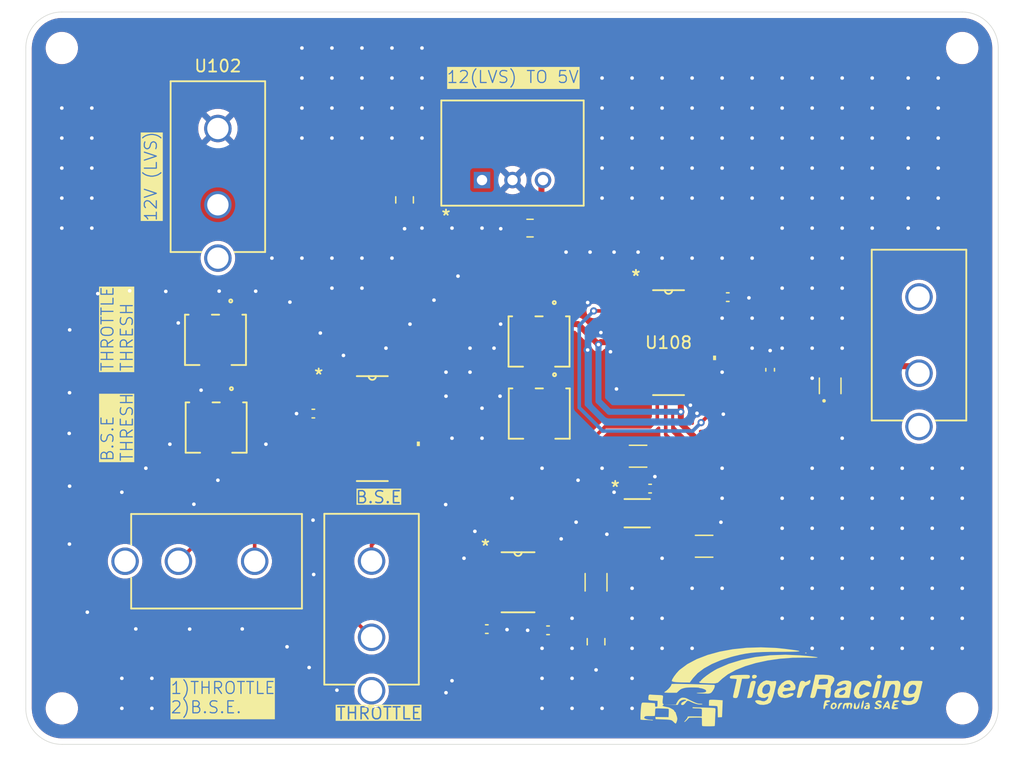
<source format=kicad_pcb>
(kicad_pcb (version 20241229) (generator "pcbnew") (generator_version "9.0")
  (layers (0 "F.Cu" signal) (2 "B.Cu" signal) (13 "F.Paste" user) (15 "B.Paste" user) (5 "F.SilkS" user "F.Silkscreen") (7 "B.SilkS" user "B.Silkscreen") (1 "F.Mask" user) (3 "B.Mask" user) (25 "Edge.Cuts" user))
  (net 0 "")
  (net 1 "+12V")
  (net 2 "GND")
  (net 3 "+5V")
  (net 4 "Net-(U106-CONT)")
  (net 5 "Net-(U106-DISCH)")
  (net 6 "BSPD_TO_FAULT")
  (net 7 "2OUT")
  (net 8 "1OUT")
  (net 9 "THRESH_BSE")
  (net 10 "THRESH_THROTTLE")
  (net 11 "10%_THROTTLE")
  (net 12 "HARD_BREAK")
  (net 13 "Net-(Q101-G)")
  (net 14 "THROTTLE_IN")
  (net 15 "BSE_IN")
  (net 16 "Net-(U107-2A)")
  (net 17 "Net-(U107-3A)")
  (net 18 "Net-(U104-Y)")
  (net 19 "4OUT")
  (net 20 "3OUT")
  (net 21 "Net-(U106-OUT)")
  (net 22 "Net-(U107-1Y)")
  (net 24 "Net-(U108-1Y)")
  (net 26 "Net-(U108-4Y)")
  (net 28 "THROTTLE_Sense_IN")
  (net 29 "BSE_Sense_IN")
  (footprint "NE555DR:D8" (layer "F.Cu") (at 161.7 122.6)
    (property "Reference" "U106" (hide yes))
    (property "Value" "NE555DR")
  )
  (footprint "MountingHole:MountingHole_2.2mm_M2" (layer "F.Cu") (at 198.7 133.1)
    (property "Reference" "H103" (hide yes))
    (property "Value" "MountingHole")
  )
  (footprint "Capacitor_SMD:C_0402_1005Metric" (layer "F.Cu") (at 159.1 126.500001)
    (property "Reference" "C103" (hide yes))
    (property "Value" "0.1uF")
  )
  (footprint "Package_TO_SOT_SMD:SOT-523" (layer "F.Cu") (at 187.7 106.2375 90)
    (property "Reference" "Q101" (hide yes))
    (property "Value" "Q_PMOS_GSD")
  )
  (footprint "641964-1:641964-1_TYC" (layer "F.Cu") (at 136.7 91.155 90)
    (property "Reference" "U102")
    (property "Value" "641964-1")
  )
  (footprint "3224W-1-103E:POT_3224W" (layer "F.Cu") (at 136.557597 109.712746 180)
    (property "Reference" "RV101" (hide yes))
    (property "Value" "10K")
  )
  (footprint "3224W-1-103E:POT_3224W" (layer "F.Cu") (at 163.45 102.5445 180)
    (property "Reference" "RV103" (hide yes))
    (property "Value" "10K")
  )
  (footprint "641964-1:641964-1_TYC" (layer "F.Cu") (at 149.5 127.186 90)
    (property "Reference" "U111" (hide yes))
    (property "Value" "641964-1")
  )
  (footprint "Capacitor_SMD:C_0805_2012Metric" (layer "F.Cu") (at 168.2 127.55 -90)
    (property "Reference" "C108" (hide yes))
    (property "Value" "10uF")
  )
  (footprint "Resistor_SMD:R_1206_3216Metric" (layer "F.Cu") (at 177.2 119.600001)
    (property "Reference" "R102" (hide yes))
    (property "Value" "10K")
  )
  (footprint "Capacitor_SMD:C_0805_2012Metric" (layer "F.Cu") (at 152.25 90.75 -90)
    (property "Reference" "C102" (hide yes))
    (property "Value" "10uF")
  )
  (footprint "Capacitor_SMD:C_0402_1005Metric" (layer "F.Cu") (at 182.7 104.9 90)
    (property "Reference" "C109" (hide yes))
    (property "Value" "0.1uF")
  )
  (footprint "Resistor_SMD:R_1206_3216Metric" (layer "F.Cu") (at 168.2 122.6 -90)
    (property "Reference" "R103" (hide yes))
    (property "Value" "10K")
  )
  (footprint "Capacitor_SMD:C_0402_1005Metric" (layer "F.Cu") (at 172.7 114.8 180)
    (property "Reference" "C106" (hide yes))
    (property "Value" "0.1uF")
  )
  (footprint "641964-1:641964-1_TYC" (layer "F.Cu") (at 195.1 105.186 90)
    (property "Reference" "U110" (hide yes))
    (property "Value" "641964-1")
  )
  (footprint "LOGO" (layer "F.Cu") (at 175.4 132.8)
    (property "Reference" "G***" (hide yes))
    (property "Value" "LOGO" (hide yes))
  )
  (footprint "SN74LVC1G08DBVR:DBV0005A_L" (layer "F.Cu") (at 157.425001 128.750002)
    (property "Reference" "U104" (hide yes))
    (property "Value" "SN74LVC1G08DBVR")
  )
  (footprint "MountingHole:MountingHole_2.2mm_M2" (layer "F.Cu") (at 198.7 78.1)
    (property "Reference" "H104" (hide yes))
    (property "Value" "MountingHole")
  )
  (footprint "MountingHole:MountingHole_2.2mm_M2" (layer "F.Cu") (at 123.7 78.1)
    (property "Reference" "H101" (hide yes))
    (property "Value" "MountingHole")
  )
  (footprint "Capacitor_SMD:C_0805_2012Metric" (layer "F.Cu") (at 162.7 93.1 180)
    (property "Reference" "C104" (hide yes))
    (property "Value" "10uF")
  )
  (footprint "Capacitor_SMD:C_0402_1005Metric" (layer "F.Cu") (at 144.65 108.55 180)
    (property "Reference" "C101" (hide yes))
    (property "Value" "0.1uF")
  )
  (footprint "R_78E5_0_0_5:R-78E-0.5_RCP" (layer "F.Cu") (at 158.7 89.1)
    (property "Reference" "U103" (hide yes))
    (property "Value" "R-78E5.0-0.5")
  )
  (footprint "Capacitor_SMD:C_0402_1005Metric" (layer "F.Cu") (at 179.17 98.85)
    (property "Reference" "C107" (hide yes))
    (property "Value" "0.1uF")
  )
  (footprint "Resistor_SMD:R_1206_3216Metric" (layer "F.Cu") (at 171.7 112.100001)
    (property "Reference" "R101" (hide yes))
    (property "Value" "10K")
  )
  (footprint "SN74AC32DR:D14" (layer "F.Cu") (at 174.2362 102.64)
    (property "Reference" "U108")
    (property "Value" "SN74AC32DR")
  )
  (footprint "641964-1:641964-1_TYC" (layer "F.Cu") (at 133.414 120.85)
    (property "Reference" "U101" (hide yes))
    (property "Value" "641964-1")
  )
  (footprint "MountingHole:MountingHole_2.2mm_M2" (layer "F.Cu") (at 123.7 133.1)
    (property "Reference" "H102" (hide yes))
    (property "Value" "MountingHole")
  )
  (footprint "SN74LVC1G08DBVR:DBV0005A_L" (layer "F.Cu") (at 181.425001 107.690002)
    (property "Reference" "U109" (hide yes))
    (property "Value" "SN74LVC1G08DBVR")
  )
  (footprint "SN74LVC3G14DCUR:DCU8_TEX" (layer "F.Cu") (at 171.6252 116.85)
    (property "Reference" "U107" (hide yes))
    (property "Value" "SN74LVC3G14DCUR")
  )
  (footprint "Capacitor_SMD:C_0402_1005Metric" (layer "F.Cu") (at 164.2 126.6 180)
    (property "Reference" "C105" (hide yes))
    (property "Value" "0.01uF")
  )
  (footprint "LOGO" (layer "F.Cu") (at 183.6 131.4)
    (property "Reference" "G***" (hide yes))
    (property "Value" "LOGO" (hide yes))
  )
  (footprint "3224W-1-103E:POT_3224W" (layer "F.Cu") (at 163.47 108.5478 180)
    (property "Reference" "RV104" (hide yes))
    (property "Value" "10K")
  )
  (footprint "LM339DR:D14" (layer "F.Cu") (at 149.5611 109.8)
    (property "Reference" "U105" (hide yes))
    (property "Value" "LM339DR")
  )
  (footprint "3224W-1-103E:POT_3224W" (layer "F.Cu") (at 136.5 102.4072 180)
    (property "Reference" "RV102" (hide yes))
    (property "Value" "10K")
  )
  (gr_arc (start 123.7 136.1) (mid 121.57868 135.22132) (end 120.7 133.1) (stroke (width 0.05)) (layer "Edge.Cuts"))
  (gr_line (start 123.7 136.1) (end 198.7 136.1) (stroke (width 0.05)) (layer "Edge.Cuts"))
  (gr_arc (start 120.7 78.1) (mid 121.57868 75.97868) (end 123.7 75.1) (stroke (width 0.05)) (layer "Edge.Cuts"))
  (gr_line (start 198.7 75.1) (end 123.7 75.1) (stroke (width 0.05)) (layer "Edge.Cuts"))
  (gr_line (start 120.7 78.1) (end 120.7 133.1) (stroke (width 0.05)) (layer "Edge.Cuts"))
  (gr_arc (start 201.7 133.1) (mid 200.82132 135.22132) (end 198.7 136.1) (stroke (width 0.05)) (layer "Edge.Cuts"))
  (gr_line (start 201.7 133.1) (end 201.7 78.1) (stroke (width 0.05)) (layer "Edge.Cuts"))
  (gr_arc (start 198.7 75.1) (mid 200.82132 75.97868) (end 201.7 78.1) (stroke (width 0.05)) (layer "Edge.Cuts"))
  (gr_text "1)THROTTLE\n2)B.S.E." (at 132.7 133.6 0) (layer "F.SilkS" knockout) (effects (font (size 1 1) (thickness 0.1)) (justify left bottom)))
  (gr_text "B.S.E" (at 148.1 116.1 0) (layer "F.SilkS" knockout) (effects (font (size 1 1) (thickness 0.125)) (justify left bottom)))
  (gr_text "12V (LVS)" (at 131.7 92.6 90) (layer "F.SilkS" knockout) (effects (font (size 1 1) (thickness 0.1)) (justify left bottom)))
  (gr_text "THROTTLE" (at 146.5 134.1 0) (layer "F.SilkS" knockout) (effects (font (size 1 1) (thickness 0.125)) (justify left bottom)))
  (gr_text "B.S.E\nTHRESH" (at 129.7 112.6 90) (layer "F.SilkS" knockout) (effects (font (size 1 1) (thickness 0.1)) (justify left bottom)))
  (gr_text "THROTTLE \nTHRESH" (at 129.7 105.1 90) (layer "F.SilkS" knockout) (effects (font (size 1 1) (thickness 0.1)) (justify left bottom)))
  (gr_text "12(LVS) TO 5V" (at 155.7 81.1 0) (layer "F.SilkS" knockout) (effects (font (size 1 1) (thickness 0.1)) (justify left bottom)))
  (segment (start 170.0504 118.2496) (end 170.0504 117.600001) (width 0.3) (layer "F.Cu") (net 2))
  (segment (start 169.1 118.6) (end 169.7 118.6) (width 0.3) (layer "F.Cu") (net 2))
  (segment (start 179.69 98.81) (end 179.65 98.85) (width 0.5) (layer "F.Cu") (net 2))
  (segment (start 180.15 108.64) (end 179.66 108.64) (width 0.5) (layer "F.Cu") (net 2))
  (segment (start 169.7 118.6) (end 170.0504 118.2496) (width 0.3) (layer "F.Cu") (net 2))
  (segment (start 156.15 130.750001) (end 156.2 130.800001) (width 0.5) (layer "F.Cu") (net 2))
  (via (at 178.7 83.1) (size 0.7) (drill 0.3) (layers "F.Cu" "B.Cu") (net 2))
  (via (at 180.9338 98.91) (size 0.7) (drill 0.3) (layers "F.Cu" "B.Cu") (net 2))
  (via (at 188.7 118.1) (size 0.7) (drill 0.3) (layers "F.Cu" "B.Cu") (net 2))
  (via (at 169.1 118.6) (size 0.7) (drill 0.3) (layers "F.Cu" "B.Cu") (net 2))
  (via (at 171.2 123.1) (size 0.7) (drill 0.3) (layers "F.Cu" "B.Cu") (net 2))
  (via (at 188.7 80.6) (size 0.7) (drill 0.3) (layers "F.Cu" "B.Cu") (net 2))
  (via (at 173.7 128.1) (size 0.7) (drill 0.3) (layers "F.Cu" "B.Cu") (net 2))
  (via (at 188.7 115.6) (size 0.7) (drill 0.3) (layers "F.Cu" "B.Cu") (net 2))
  (via (at 153.7 93.1) (size 0.7) (drill 0.3) (layers "F.Cu" "B.Cu") (net 2))
  (via (at 176.0584 107.85) (size 0.7) (drill 0.3) (layers "F.Cu" "B.Cu") (net 2))
  (via (at 123.7 90.6) (size 0.7) (drill 0.3) (layers "F.Cu" "B.Cu") (net 2))
  (via (at 168.6 101.8) (size 0.7) (drill 0.3) (layers "F.Cu" "B.Cu") (net 2))
  (via (at 151.2 78.1) (size 0.7) (drill 0.3) (layers "F.Cu" "B.Cu") (net 2))
  (via (at 173.7 120.6) (size 0.7) (drill 0.3) (layers "F.Cu" "B.Cu") (net 2))
  (via (at 126.2 88.1) (size 0.7) (drill 0.3) (layers "F.Cu" "B.Cu") (net 2))
  (via (at 142.460565 127.973776) (size 0.7) (drill 0.3) (layers "F.Cu" "B.Cu") (net 2))
  (via (at 178.7 88.1) (size 0.7) (drill 0.3) (layers "F.Cu" "B.Cu") (net 2))
  (via (at 176.2 80.6) (size 0.7) (drill 0.3) (layers "F.Cu" "B.Cu") (net 2))
  (via (at 125.824442 125.09185) (size 0.7) (drill 0.3) (layers "F.Cu" "B.Cu") (net 2))
  (via (at 178.6 117.6) (size 0.7) (drill 0.3) (layers "F.Cu" "B.Cu") (net 2))
  (via (at 148.7 85.6) (size 0.7) (drill 0.3) (layers "F.Cu" "B.Cu") (net 2))
  (via (at 171.2 128.1) (size 0.7) (drill 0.3) (layers "F.Cu" "B.Cu") (net 2))
  (via (at 128.7 115.1) (size 0.7) (drill 0.3) (layers "F.Cu" "B.Cu") (net 2))
  (via (at 166.2 130.6) (size 0.7) (drill 0.3) (layers "F.Cu" "B.Cu") (net 2))
  (via (at 188.7 90.6) (size 0.7) (drill 0.3) (layers "F.Cu" "B.Cu") (net 2))
  (via (at 188.7 95.6) (size 0.7) (drill 0.3) (layers "F.Cu" "B.Cu") (net 2))
  (via (at 162.5 126.6) (size 0.6) (drill 0.3) (layers "F.Cu" "B.Cu") (net 2))
  (via (at 186.2 83.1) (size 0.7) (drill 0.3) (layers "F.Cu" "B.Cu") (net 2))
  (via (at 147.158689 103.70518) (size 0.7) (drill 0.3) (layers "F.Cu" "B.Cu") (net 2))
  (via (at 193.7 118.1) (size 0.7) (drill 0.3) (layers "F.Cu" "B.Cu") (net 2))
  (via (at 193.7 128.1) (size 0.7) (drill 0.3) (layers "F.Cu" "B.Cu") (net 2))
  (via (at 194.2 83.1) (size 0.7) (drill 0.3) (layers "F.Cu" "B.Cu") (net 2))
  (via (at 186.2 113.1) (size 0.7) (drill 0.3) (layers "F.Cu" "B.Cu") (net 2))
  (via (at 130.7 113.1) (size 0.7) (drill 0.3) (layers "F.Cu" "B.Cu") (net 2))
  (via (at 168.7 90.6) (size 0.7) (drill 0.3) (layers "F.Cu" "B.Cu") (net 2))
  (via (at 191.2 90.6) (size 0.7) (drill 0.3) (layers "F.Cu" "B.Cu") (net 2))
  (via (at 198.7 120.6) (size 0.7) (drill 0.3) (layers "F.Cu" "B.Cu") (net 2))
  (via (at 168.7 113.1) (size 0.7) (drill 0.3) (layers "F.Cu" "B.Cu") (net 2))
  (via (at 167.5 103.25) (size 0.7) (drill 0.3) (layers "F.Cu" "B.Cu") (net 2))
  (via (at 148.7 83.1) (size 0.7) (drill 0.3) (layers "F.Cu" "B.Cu") (net 2))
  (via (at 186.2 123.1) (size 0.7) (drill 0.3) (layers "F.Cu" "B.Cu") (net 2))
  (via (at 126.695778 98.556975) (size 0.7) (drill 0.3) (layers "F.Cu" "B.Cu") (net 2))
  (via (at 123.7 88.1) (size 0.7) (drill 0.3) (layers "F.Cu" "B.Cu") (net 2))
  (via (at 196.2 125.6) (size 0.7) (drill 0.3) (layers "F.Cu" "B.Cu") (net 2))
  (via (at 191.2 125.6) (size 0.7) (drill 0.3) (layers "F.Cu" "B.Cu") (net 2))
  (via (at 188.7 98.1) (size 0.7) (drill 0.3) (layers "F.Cu" "B.Cu") (net 2))
  (via (at 186.2 80.6) (size 0.7) (drill 0.3) (layers "F.Cu" "B.Cu") (net 2))
  (via (at 171.2 130.6) (size 0.7) (drill 0.3) (layers "F.Cu" "B.Cu") (net 2))
  (via (at 166.7 114.1) (size 0.7) (drill 0.3) (layers "F.Cu" "B.Cu") (net 2))
  (via (at 178.7 115.6) (size 0.7) (drill 0.3) (layers "F.Cu" "B.Cu") (net 2))
  (via (at 171.2 90.6) (size 0.7) (drill 0.3) (layers "F.Cu" "B.Cu") (net 2))
  (via (at 191.2 93.1) (size 0.7) (drill 0.3) (layers "F.Cu" "B.Cu") (net 2))
  (via (at 198.7 123.1) (size 0.7) (drill 0.3) (layers "F.Cu" "B.Cu") (net 2))
  (via (at 128.7 130.6) (size 0.7) (drill 0.3) (layers "F.Cu" "B.Cu") (net 2))
  (via (at 143.7 83.1) (size 0.7) (drill 0.3) (layers "F.Cu" "B.Cu") (net 2))
  (via (at 136.7 114.1) (size 0.7) (drill 0.3) (layers "F.Cu" "B.Cu") (net 2))
  (via (at 186.2 120.6) (size 0.7) (drill 0.3) (layers "F.Cu" "B.Cu") (net 2))
  (via (at 132.360107 98.373636) (size 0.7) (drill 0.3) (layers "F.Cu" "B.Cu") (net 2))
  (via (at 168.7 80.6) (size 0.7) (drill 0.3) (layers "F.Cu" "B.Cu") (net 2))
  (via (at 196.7 83.1) (size 0.7) (drill 0.3) (layers "F.Cu" "B.Cu") (net 2))
  (via (at 188.7 85.6) (size 0.7) (drill 0.3) (layers "F.Cu" "B.Cu") (net 2))
  (via (at 143.7 80.6) (size 0.7) (drill 0.3) (layers "F.Cu" "B.Cu") (net 2))
  (via (at 156.2 110.6) (size 0.7) (drill 0.3) (layers "F.Cu" "B.Cu") (net 2))
  (via (at 132.7 111.1) (size 0.7) (drill 0.3) (layers "F.Cu" "B.Cu") (net 2))
  (via (at 144.678237 121.951598) (size 0.7) (drill 0.3) (layers "F.Cu" "B.Cu") (net 2))
  (via (at 194.2 90.6) (size 0.7) (drill 0.3) (layers "F.Cu" "B.Cu") (net 2))
  (via (at 191.2 120.6) (size 0.7) (drill 0.3) (layers "F.Cu" "B.Cu") (net 2))
  (via (at 176.2 123.1) (size 0.7) (drill 0.3) (layers "F.Cu" "B.Cu") (net 2))
  (via (at 152.25 93.15) (size 0.7) (drill 0.3) (layers "F.Cu" "B.Cu") (net 2))
  (via (at 166.2 133.1) (size 0.7) (drill 0.3) (layers "F.Cu" "B.Cu") (net 2))
  (via (at 173.7 125.6) (size 0.7) (drill 0.3) (layers "F.Cu" "B.Cu") (net 2))
  (via (at 168.7 88.1) (size 0.7) (drill 0.3) (layers "F.Cu" "B.Cu") (net 2))
  (via (at 171.2 125.6) (size 0.7) (drill 0.3) (layers "F.Cu" "B.Cu") (net 2))
  (via (at 140.7 111.1) (size 0.7) (drill 0.3) (layers "F.Cu" "B.Cu") (net 2))
  (via (at 173.7 83.1) (size 0.7) (drill 0.3) (layers "F.Cu" "B.Cu") (net 2))
  (via (at 186.2 93.1) (size 0.7) (drill 0.3) (layers "F.Cu" "B.Cu") (net 2))
  (via (at 143.7 95.6) (size 0.7) (drill 0.3) (layers "F.Cu" "B.Cu") (net 2))
  (via (at 163.7 133.1) (size 0.7) (drill 0.3) (layers "F.Cu" "B.Cu") (net 2))
  (via (at 129.351251 98.324309) (size 0.7) (drill 0.3) (layers "F.Cu" "B.Cu") (net 2))
  (via (at 155.673057 116.126942) (size 0.7) (drill 0.3) (layers "F.Cu" "B.Cu") (net 2))
  (via (at 168.2 129.9) (size 0.6) (drill 0.3) (layers "F.Cu" "B.Cu") (net 2))
  (via (at 181.2 88.1) (size 0.7) (drill 0.3) (layers "F.Cu" "B.Cu") (net 2))
  (via (at 153.7 78.1) (size 0.7) (drill 0.3) (layers "F.Cu" "B.Cu") (net 2))
  (via (at 173.1 113.8) (size 0.7) (drill 0.3) (layers "F.Cu" "B.Cu") (net 2))
  (via (at 196.2 128.1) (size 0.7) (drill 0.3) (layers "F.Cu" "B.Cu") (net 2))
  (via (at 178.7 80.6) (size 0.7) (drill 0.3) (layers "F.Cu" "B.Cu") (net 2))
  (via (at 173.7 88.1) (size 0.7) (drill 0.3) (layers "F.Cu" "B.Cu") (net 2))
  (via (at 176.2 88.1) (size 0.7) (drill 0.3) (layers "F.Cu" "B.Cu") (net 2))
  (via (at 193.7 123.1) (size 0.7) (drill 0.3) (layers "F.Cu" "B.Cu") (net 2))
  (via (at 194.2 88.1) (size 0.7) (drill 0.3) (layers "F.Cu" "B.Cu") (net 2))
  (via (at 191.2 113.1) (size 0.7) (drill 0.3) (layers "F.Cu" "B.Cu") (net 2))
  (via (at 183.7 118.1) (size 0.7) (drill 0.3) (layers "F.Cu" "B.Cu") (net 2))
  (via (at 186.2 98.1) (size 0.7) (drill 0.3) (layers "F.Cu" "B.Cu") (net 2))
  (via (at 159.7 103.1) (size 0.7) (drill 0.3) (layers "F.Cu" "B.Cu") (net 2))
  (via (at 156.7 97.1) (size 0.7) (drill 0.3) (layers "F.Cu" "B.Cu") (net 2))
  (via (at 123.7 85.6) (size 0.7) (drill 0.3) (layers "F.Cu" "B.Cu") (net 2))
  (via (at 151.2 85.6) (size 0.7) (drill 0.3) (layers "F.Cu" "B.Cu") (net 2))
  (via (at 169.9 106.5) (size 0.7) (drill 0.3) (layers "F.Cu" "B.Cu") (net 2))
  (via (at 176.605484 108.522946) (size 0.7) (drill 0.3) (layers "F.Cu" "B.Cu") (net 2))
  (via (at 123.7 83.1) (size 0.7) (drill 0.3) (layers "F.Cu" "B.Cu") (net 2))
  (via (at 173.7 80.6) (size 0.7) (drill 0.3) (layers "F.Cu" "B.Cu") (net 2))
  (via (at 168.7 133.1) (size 0.7) (drill 0.3) (layers "F.Cu" "B.Cu") (net 2))
  (via (at 188.7 93.1) (size 0.7) (drill 0.3) (layers "F.Cu" "B.Cu") (net 2))
  (via (at 156.2 130.800001) (size 0.6) (drill 0.3) (layers "F.Cu" "B.Cu") (net 2))
  (via (at 160.2 107.1) (size 0.7) (drill 0.3) (layers "F.Cu" "B.Cu") (net 2))
  (via (at 186.2 128.1) (size 0.7) (drill 0.3) (layers "F.Cu" "B.Cu") (net 2))
  (via (at 158.7 93.1) (size 0.7) (drill 0.3) (layers "F.Cu" "B.Cu") (net 2))
  (via (at 188.7 125.6) (size 0.7) (drill 0.3) (layers "F.Cu" "B.Cu") (net 2))
  (via (at 151.2 80.6) (size 0.7) (drill 0.3) (layers "F.Cu" "B.Cu") (net 2))
  (via (at 196.2 113.1) (size 0.7) (drill 0.3) (layers "F.Cu" "B.Cu") (net 2))
  (via (at 188.7 103.1) (size 0.7) (drill 0.3) (layers "F.Cu" "B.Cu") (net 2))
  (via (at 191.2 115.6) (size 0.7) (drill 0.3) (layers "F.Cu" "B.Cu") (net 2))
  (via (at 126.2 90.6) (size 0.7) (drill 0.3) (layers "F.Cu" "B.Cu") (net 2))
  (via (at 143.7 85.6) (size 0.7) (drill 0.3) (layers "F.Cu" "B.Cu") (net 2))
  (via (at 196.7 85.6) (size 0.7) (drill 0.3) (layers "F.Cu" "B.Cu") (net 2))
  (via (at 157.7 105.1) (size 0.7) (drill 0.3) (layers "F.Cu" "B.Cu") (net 2))
  (via (at 146.2 85.6) (size 0.7) (drill 0.3) (layers "F.Cu" "B.Cu") (net 2))
  (via (at 178.7 90.6) (size 0.7) (drill 0.3) (layers "F.Cu" "B.Cu") (net 2))
  (via (at 167.7 95.1) (size 0.7) (drill 0.3) (layers "F.Cu" "B.Cu") (net 2))
  (via (at 153.7 85.6) (size 0.7) (drill 0.3) (layers "F.Cu" "B.Cu") (net 2))
  (via (at 144.624178 117.424178) (size 0.7) (drill 0.3) (layers "F.Cu" "B.Cu") (net 2))
  (via (at 158.7 110.6) (size 0.7) (drill 0.3) (layers "F.Cu" "B.Cu") (net 2))
  (via (at 146.2 78.1) (size 0.7) (drill 0.3) (layers "F.Cu" "B.Cu") (net 2))
  (via (at 160.783438 126.54383) (size 0.7) (drill 0.3) (layers "F.Cu" "B.Cu") (net 2))
  (via (at 138.728245 126.487874) (size 0.7) (drill 0.3) (layers "F.Cu" "B.Cu") (net 2))
  (via (at 166.2 125.6) (size 0.7) (drill 0.3) (layers "F.Cu" "B.Cu") (net 2))
  (via (at 183.7 120.6) (size 0.7) (drill 0.3) (layers "F.Cu" "B.Cu") (net 2))
  (via (at 183.7 123.1) (size 0.7) (drill 0.3) (layers "F.Cu" "B.Cu") (net 2))
  (via (at 196.7 88.1) (size 0.7) (drill 0.3) (layers "F.Cu" "B.Cu") (net 2))
  (via (at 188.7 100.6) (size 0.7) (drill 0.3) (layers "F.Cu" "B.Cu") (net 2))
  (via (at 160.25 101.0967) (size 0.7) (drill 0.3) (layers "F.Cu" "B.Cu") (net 2))
  (via (at 165.293864 118.986615) (size 0.7) (drill 0.3) (layers "F.Cu" "B.Cu") (net 2))
  (via (at 163.7 128.1) (size 0.7) (drill 0.3) (layers "F.Cu" "B.Cu") (net 2))
  (via (at 183.7 125.6) (size 0.7) (drill 0.3) (layers "F.Cu" "B.Cu") (net 2))
  (via (at 148.7 98.1) (size 0.7) (drill 0.3) (layers "F.Cu" "B.Cu") (net 2))
  (via (at 126.2 85.6) (size 0.7) (drill 0.3) (layers "F.Cu" "B.Cu") (net 2))
  (via (at 182.7 103.3) (size 0.6) (drill 0.3) (layers "F.Cu" "B.Cu") (net 2))
  (via (at 124.355375 101.577137) (size 0.7) (drill 0.3) (layers "F.Cu" "B.Cu") (net 2))
  (via (at 191.2 88.1) (size 0.7) (drill 0.3) (layers "F.Cu" "B.Cu") (net 2))
  (via (at 188.7 123.1) (size 0.7) (drill 0.3) (layers "F.Cu" "B.Cu") (net 2))
  (via (at 156.2 93.1) (size 0.7) (drill 0.3) (layers "F.Cu" "B.Cu") (net 2))
  (via (at 186.2 125.6) (size 0.7) (drill 0.3) (layers "F.Cu" "B.Cu") (net 2))
  (via (at 146.2 98.1) (size 0.7) (drill 0.3) (layers "F.Cu" "B.Cu") (net 2))
  (via (at 191.2 83.1) (size 0.7) (drill 0.3) (layers "F.Cu" "B.Cu") (net 2))
  (via (at 131.2 130.6) (size 0.7) (drill 0.3) (layers "F.Cu" "B.Cu") (net 2))
  (via (at 146.2 83.1) (size 0.7) (drill 0.3) (layers "F.Cu" "B.Cu") (net 2))
  (via (at 153.7 80.6) (size 0.7) (drill 0.3) (layers "F.Cu" "B.Cu") (net 2))
  (via (at 186.2 88.1) (size 0.7) (drill 0.3) (layers "F.Cu" "B.Cu") (net 2))
  (via (at 165.7 95.1) (size 0.7) (drill 0.3) (layers "F.Cu" "B.Cu") (net 2))
  (via (at 158.105701 118.356865) (size 0.7) (drill 0.3) (layers "F.Cu" "B.Cu") (net 2))
  (via (at 191.2 128.1) (size 0.7) (drill 0.3) (layers "F.Cu" "B.Cu") (net 2))
  (via (at 181.2 95.6) (size 0.7) (drill 0.3) (layers "F.Cu" "B.Cu") (net 2))
  (via (at 193.7 115.6) (size 0.7) (drill 0.3) (layers "F.Cu" "B.Cu") (net 2))
  (via (at 171.2 80.6) (size 0.7) (drill 0.3) (layers "F.Cu" "B.Cu") (net 2))
  (via (at 161.2 115.6) (size 0.7) (drill 0.3) (layers "F.Cu" "B.Cu") (net 2))
  (via (at 196.7 80.6) (size 0.7) (drill 0.3) (layers "F.Cu" "B.Cu") (net 2))
  (via (at 131.2 133.1) (size 0.7) (drill 0.3) (layers "F.Cu" "B.Cu") (net 2))
  (via (at 196.2 120.6) (size 0.7) (drill 0.3) (layers "F.Cu" "B.Cu") (net 2))
  (via (at 193.7 120.6) (size 0.7) (drill 0.3) (layers "F.Cu" "B.Cu") (net 2))
  (via (at 178.7 85.6) (size 0.7) (drill 0.3) (layers "F.Cu" "B.Cu") (net 2))
  (via (at 191.2 85.6) (size 0.7) (drill 0.3) (layers "F.Cu" "B.Cu") (net 2))
  (via (at 144.3 129.7) (size 0.7) (drill 0.3) (layers "F.Cu" "B.Cu") (net 2))
  (via (at 194.2 80.6) (size 0.7) (drill 0.3) (layers "F.Cu" "B.Cu") (net 2))
  (via (at 153.7 83.1) (size 0.7) (drill 0.3) (layers "F.Cu" "B.Cu") (net 2))
  (via (at 198.7 128.1) (size 0.7) (drill 0.3) (layers "F.Cu" "B.Cu") (net 2))
  (via (at 148.7 78.1) (size 0.7) (drill 0.3) (layers "F.Cu" "B.Cu") (net 2))
  (via (at 183.7 85.6) (size 0.7) (drill 0.3) (layers "F.Cu" "B.Cu") (net 2))
  (via (at 176.2 128.1) (size 0.7) (drill 0.3) (layers "F.Cu" "B.Cu") (net 2))
  (via (at 155.7 105.1) (size 0.7) (drill 0.3) (layers "F.Cu" "B.Cu") (net 2))
  (via (at 171.2 88.1) (size 0.7) (drill 0.3) (layers "F.Cu" "B.Cu") (net 2))
  (via (at 191.2 123.1) (size 0.7) (drill 0.3) (layers "F.Cu" "B.Cu") (net 2))
  (via (at 146.2 80.6) (size 0.7) (drill 0.3) (layers "F.Cu" "B.Cu") (net 2))
  (via (at 181.2 85.6) (size 0.7) (drill 0.3) (layers "F.Cu" "B.Cu") (net 2))
  (via (at 198.7 125.6) (size 0.7) (drill 0.3) (layers "F.Cu" "B.Cu") (net 2))
  (via (at 196.7 90.6) (size 0.7) (drill 0.3) (layers "F.Cu" "B.Cu") (net 2))
  (via (at 142.698842 99.265605) (size 0.7) (drill 0.3) (layers "F.Cu" "B.Cu") (net 2))
  (via (at 193.7 125.6) (size 0.7) (drill 0.3) (layers "F.Cu" "B.Cu") (net 2))
  (via (at 178.7 105.1) (size 0.7) (drill 0.3) (layers "F.Cu" "B.Cu") (net 2))
  (via (at 150.7 103.1) (size 0.7) (drill 0.3) (layers "F.Cu" "B.Cu") (net 2))
  (via (at 173.7 95.6) (size 0.7) (drill 0.3) (layers "F.Cu" "B.Cu") (net 2))
  (via (at 183.7 115.6) (size 0.7) (drill 0.3) (layers "F.Cu" "B.Cu") (net 2))
  (via (at 196.7 93.1) (size 0.7) (drill 0.3) (layers "F.Cu" "B.Cu") (net 2))
  (via (at 143.25 108.55) (size 0.6) (drill 0.3) (layers "F.Cu" "B.Cu") (net 2))
  (via (at 136.806506 98.350402) (size 0.7) (drill 0.3) (layers "F.Cu" "B.Cu") (net 2))
  (via (at 181.2 90.6) (size 0.7) (drill 0.3) (layers "F.Cu" "B.Cu") (net 2))
  (via (at 176.2 83.1) (size 0.7) (drill 0.3) (layers "F.Cu" "B.Cu") (net 2))
  (via (at 188.7 83.1) (size 0.7) (drill 0.3) (layers "F.Cu" "B.Cu") (net 2))
  (via (at 134.7 116.1) (size 0.7) (drill 0.3) (layers "F.Cu" "B.Cu") (net 2))
  (via (at 183.7 98.1) (size 0.7) (drill 0.3) (layers "F.Cu" "B.Cu") (net 2))
  (via (at 176.2 90.6) (size 0.7) (drill 0.3) (layers "F.Cu" "B.Cu") (net 2))
  (via (at 167.5 99.3) (size 0.7) (drill 0.3) (layers "F.Cu" "B.Cu") (net 2))
  (via (at 188.7 88.1) (size 0.7) (drill 0.3) (layers "F.Cu" "B.Cu") (net 2))
  (via (at 188.7 128.1) (size 0.7) (drill 0.3) (layers "F.Cu" "B.Cu") (net 2))
  (via (at 166.537215 117.594602) (size 0.7) (drill 0.3) (layers "F.Cu" "B.Cu") (net 2))
  (via (at 178.8 108.6) (size 0.7) (drill 0.3) (layers "F.Cu" "B.Cu") (net 2))
  (via (at 148.7 80.6) (size 0.7) (drill 0.3) (layers "F.Cu" "B.Cu") (net 2))
  (via (at 160.26 93.149932) (size 0.7) (drill 0.3) (layers "F.Cu" "B.Cu") (net 2))
  (via (at 186.2 105.6) (size 0.7) (drill 0.3) (layers "F.Cu" "B.Cu") (net 2))
  (via (at 151.2 83.1) (size 0.7) (drill 0.3) (layers "F.Cu" "B.Cu") (net 2))
  (via (at 135.3 106.6) (size 0.6) (drill 0.3) (layers "F.Cu" "B.Cu") (net 2))
  (via (at 186.2 118.1) (size 0.7) (drill 0.3) (layers "F.Cu" "B.Cu") (net 2))
  (via (at 151.2 95.6) (size 0.7) (drill 0.3) (layers "F.Cu" "B.Cu") (net 2))
  (via (at 171.2 83.1) (size 0.7) (drill 0.3) (layers "F.Cu" "B.Cu") (net 2))
  (via (at 183.7 93.1) (size 0.7) (drill 0.3) (layers "F.Cu" "B.Cu") (net 2))
  (via (at 123.7 93.1) (size 0.7) (drill 0.3) (layers "F.Cu" "B.Cu") (net 2))
  (via (at 186.2 115.6) (size 0.7) (drill 0.3) (layers "F.Cu" "B.Cu") (net 2))
  (via (at 168.7 85.6) (size 0.7) (drill 0.3) (layers "F.Cu" "B.Cu") (net 2))
  (via (at 178.7 100.6) (size 0.7) (drill 0.3) (layers "F.Cu" "B.Cu") (net 2))
  (via (at 126.2 93.1) (size 0.7) (drill 0.3) (layers "F.Cu" "B.Cu") (net 2))
  (via (at 168.7 83.1) (size 0.7) (drill 0.3) (layers "F.Cu" "B.Cu") (net 2))
  (via (at 171.2 133.1) (size 0.7) (drill 0.3) (layers "F.Cu" "B.Cu") (net 2))
  (via (at 134.349486 126.501389) (size 0.7) (drill 0.3) (layers "F.Cu" "B.Cu") (net 2))
  (via (at 163.7 130.6) (size 0.7) (drill 0.3) (layers "F.Cu" "B.Cu") (net 2))
  (via (at 196.2 123.1) (size 0.7) (drill 0.3) (layers "F.Cu" "B.Cu") (net 2))
  (via (at 181.2 83.1) (size 0.7) (drill 0.3) (layers "F.Cu" "B.Cu") (net 2))
  (via (at 173.7 90.6) (size 0.7) (drill 0.3) (layers "F.Cu" "B.Cu") (net 2))
  (via (at 169.7 115.1) (size 0.7) (drill 0.3) (layers "F.Cu" "B.Cu") (net 2))
  (via (at 169.4 103.4) (size 0.7) (drill 0.3) (layers "F.Cu" "B.Cu") (net 2))
  (via (at 163.7 113.1) (size 0.7) (drill 0.3) (layers "F.Cu" "B.Cu") (net 2))
  (via (at 124.34309 106.813037) (size 0.7) (drill 0.3) (layers "F.Cu" "B.Cu") (net 2))
  (via (at 196.2 118.1) (size 0.7) (drill 0.3) (layers "F.Cu" "B.Cu") (net 2))
  (via (at 166.2 128.1) (size 0.7) (drill 0.3) (layers "F.Cu" "B.Cu") (net 2))
  (via (at 124.348618 114.59495) (size 0.7) (drill 0.3) (layers "F.Cu" "B.Cu") (net 2))
  (via (at 198.7 113.1) (size 0.7) (drill 0.3) (layers "F.Cu" "B.Cu") (net 2))
  (via (at 181.2 100.6) (size 0.7) (drill 0.3) (layers "F.Cu" "B.Cu") (net 2))
  (via (at 176.2 95.6) (size 0.7) (drill 0.3) (layers "F.Cu" "B.Cu") (net 2))
  (via (at 171.2 85.6) (size 0.7) (drill 0.3) (layers "F.Cu" "B.Cu") (net 2))
  (via (at 157.7 103.1) (size 0.7) (drill 0.3) (layers "F.Cu" "B.Cu") (net 2))
  (via (at 173.7 85.6) (size 0.7) (drill 0.3) (layers "F.Cu" "B.Cu") (net 2))
  (via (at 157.2 120.6) (size 0.6) (drill 0.3) (layers "F.Cu" "B.Cu") (net 2))
  (via (at 194.2 85.6) (size 0.7) (drill 0.3) (layers "F.Cu" "B.Cu") (net 2))
  (via (at 186.2 85.6) (size 0.7) (drill 0.3) (layers "F.Cu" "B.Cu") (net 2))
  (via (at 169.7 95.1) (size 0.7) (drill 0.3) (layers "F.Cu" "B.Cu") (net 2))
  (via (at 126.2 83.1) (size 0.7) (drill 0.3) (layers "F.Cu" "B.Cu") (net 2))
  (via (at 143.7 78.1) (size 0.7) (drill 0.3) (layers "F.Cu" "B.Cu") (net 2))
  (via (at 146.614079 131.586702) (size 0.7) (drill 0.3) (layers "F.Cu" "B.Cu") (net 2))
  (via (at 194.2 93.1) (size 0.7) (drill 0.3) (layers "F.Cu" "B.Cu") (net 2))
  (via (at 129.86261 126.487874) (size 0.7) (drill 0.3) (layers "F.Cu" "B.Cu") (net 2))
  (via (at 176.2 85.6) (size 0.7) (drill 0.3) (layers "F.Cu" "B.Cu") (net 2))
  (via (at 178.7 113.1) (size 0.7) (drill 0.3) (layers "F.Cu" "B.Cu") (net 2))
  (via (at 181.2 80.6) (size 0.7) (drill 0.3) (layers "F.Cu" "B.Cu") (net 2))
  (via (at 155.7 107.1) (size 0.7) (drill 0.3) (layers "F.Cu" "B.Cu") (net 2))
  (via (at 183.7 80.6) (size 0.7) (drill 0.3) (layers "F.Cu" "B.Cu") (net 2))
  (via (at 188.7 110.6) (size 0.7) (drill 0.3) (layers "F.Cu" "B.Cu") (net 2))
  (via (at 183.7 100.6) (size 0.7) (drill 0.3) (layers "F.Cu" "B.Cu") (net 2))
  (via (at 124.335103 119.419693) (size 0.7) (drill 0.3) (layers "F.Cu" "B.Cu") (net 2))
  (via (at 188.7 113.1) (size 0.7) (drill 0.3) (layers "F.Cu" "B.Cu") (net 2))
  (via (at 154.7 99.1) (size 0.7) (drill 0.3) (layers "F.Cu" "B.Cu") (net 2))
  (via (at 186.2 103.1) (size 0.7) (drill 0.3) (layers "F.Cu" "B.Cu") (net 2))
  (via (at 191.2 118.1) (size 0.7) (drill 0.3) (layers "F.Cu" "B.Cu") (net 2))
  (via (at 183.7 90.6) (size 0.7) (drill 0.3) (layers "F.Cu" "B.Cu") (net 2))
  (via (at 148.7 95.6) (size 0.7) (drill 0.3) (layers "F.Cu" "B.Cu") (net 2))
  (via (at 145.232846 101.840153) (size 0.7) (drill 0.3) (layers "F.Cu" "B.Cu") (net 2))
  (via (at 183.7 88.1) (size 0.7) (drill 0.3) (layers "F.Cu" "B.Cu") (net 2))
  (via (at 128.7 133.1) (size 0.7) (drill 0.3) (layers "F.Cu" "B.Cu") (net 2))
  (via (at 183.7 83.1) (size 0.7) (drill 0.3) (layers "F.Cu" "B.Cu") (net 2))
  (via (at 141.2 95.6) (size 0.7) (drill 0.3) (layers "F.Cu" "B.Cu") (net 2))
  (via (at 178.7 95.6) (size 0.7) (drill 0.3) (layers "F.Cu" "B.Cu") (net 2))
  (via (at 178.7 123.1) (size 0.7) (drill 0.3) (layers "F.Cu" "B.Cu") (net 2))
  (via (at 186.2 95.6) (size 0.7) (drill 0.3) (layers "F.Cu" "B.Cu") (net 2))
  (via (at 155.7 131.800001) (size 0.7) (drill 0.3) (layers "F.Cu" "B.Cu") (net 2))
  (via (at 186.2 90.6) (size 0.7) (drill 0.3) (layers "F.Cu" "B.Cu") (net 2))
  (via (at 191.2 80.6) (size 0.7) (drill 0.3) (layers "F.Cu" "B.Cu") (net 2))
  (via (at 198.7 115.6) (size 0.7) (drill 0.3) (layers "F.Cu" "B.Cu") (net 2))
  (via (at 188.7 120.6) (size 0.7) (drill 0.3) (layers "F.Cu" "B.Cu") (net 2))
  (via (at 186.2 100.6) (size 0.7) (drill 0.3) (layers "F.Cu" "B.Cu") (net 2))
  (via (at 152.7 101.1) (size 0.7) (drill 0.3) (layers "F.Cu" "B.Cu") (net 2))
  (via (at 193.7 113.1) (size 0.7) (drill 0.3) (layers "F.Cu" "B.Cu") (net 2))
  (via (at 158.7 108.1) (size 0.7) (drill 0.3) (layers "F.Cu" "B.Cu") (net 2))
  (via (at 124.316061 110.200718) (size 0.7) (drill 0.3) (layers "F.Cu" "B.Cu") (net 2))
  (via (at 139.848857 98.35519) (size 0.7) (drill 0.3) (layers "F.Cu" "B.Cu") (net 2))
  (via (at 133.4 101) (size 0.6) (drill 0.3) (layers "F.Cu" "B.Cu") (net 2))
  (via (at 183.7 103.1) (size 0.7) (drill 0.3) (layers "F.Cu" "B.Cu") (net 2))
  (via (at 146.2 95.6) (size 0.7) (drill 0.3) (layers "F.Cu" "B.Cu") (net 2))
  (via (at 196.2 115.6) (size 0.7) (drill 0.3) (layers "F.Cu" "B.Cu") (net 2))
  (via (at 198.7 118.1) (size 0.7) (drill 0.3) (layers "F.Cu" "B.Cu") (net 2))
  (via (at 181.2 103.1) (size 0.7) (drill 0.3) (layers "F.Cu" "B.Cu") (net 2))
  (via (at 171.7 95.1) (size 0.7) (drill 0.3) (layers "F.Cu" "B.Cu") (net 2))
  (segment (start 177.2 98.33) (end 177.2 93.1) (width 0.5) (layer "F.Cu") (net 3))
  (segment (start 188.2 109.2) (end 188.2 106.8825) (width 0.5) (layer "F.Cu") (net 3))
  (segment (start 176.7 105.18) (end 176.7 103.91) (width 0.5) (layer "F.Cu") (net 3))
  (segment (start 182.7 105.38) (end 184.42 105.38) (width 0.5) (layer "F.Cu") (net 3))
  (segment (start 171.7724 102.64) (end 171.7724 103.91) (width 0.5) (layer "F.Cu") (net 3))
  (segment (start 173.18 114.8) (end 173.18 115.929) (width 0.5) (layer "F.Cu") (net 3))
  (segment (start 172 122) (end 172 119.6) (width 0.5) (layer "F.Cu") (net 3))
  (segment (start 185.1 96.2) (end 185.1 104.05) (width 0.5) (layer "F.Cu") (net 3))
  (segment (start 133.95 105.7) (end 136.3 105.7) (width 0.5) (layer "F.Cu") (net 3))
  (segment (start 168.2 117.200999) (end 168.2 119.8) (width 0.3) (layer "F.Cu") (net 3))
  (segment (start 172 119.6) (end 173.2 118.4) (width 0.5) (layer "F.Cu") (net 3))
  (segment (start 162.6 94.9) (end 163.65 93.85) (width 0.5) (layer "F.Cu") (net 3))
  (segment (start 180.3 110.8) (end 179.566999 110.8) (width 0.5) (layer "F.Cu") (net 3))
  (segment (start 170.0504 116.6) (end 168.800999 116.6) (width 0.3) (layer "F.Cu") (net 3))
  (segment (start 163.65 93.1) (end 163.65 89.23) (width 0.5) (layer "F.Cu") (net 3))
  (segment (start 148.5879 108.53) (end 149.3 107.8179) (width 0.5) (layer "F.Cu") (net 3))
  (segment (start 163.65 89.23) (end 163.78 89.1) (width 0.5) (layer "F.Cu") (net 3))
  (segment (start 176.7 110.8) (end 175.2584 109.3584) (width 0.5) (layer "F.Cu") (net 3))
  (segment (start 175.798 105.18) (end 176.7 105.18) (width 0.5) (layer "F.Cu") (net 3))
  (segment (start 184.9 112.5) (end 188.2 109.2) (width 0.5) (layer "F.Cu") (net 3))
  (segment (start 161.095 124.505) (end 162.2 123.4) (width 0.5) (layer "F.Cu") (net 3))
  (segment (start 165.5 101.8767) (end 165.5 106.34) (width 0.5) (layer "F.Cu") (net 3))
  (segment (start 155.5 94.9) (end 162.6 94.9) (width 0.5) (layer "F.Cu") (net 3))
  (segment (start 145.13 108.55) (end 147.0773 108.55) (width 0.5) (layer "F.Cu") (net 3))
  (segment (start 175.2584 109.3584) (end 175.2584 108.4) (width 0.5) (layer "F.Cu") (net 3))
  (segment (start 172.2 117.6) (end 172.2 116.1) (width 0.3) (layer "F.Cu") (net 3))
  (segment (start 162.605 120.695) (end 164.1638 120.695) (width 0.5) (layer "F.Cu") (net 3))
  (segment (start 175.2584 108.4) (end 175.2584 105.7196) (width 0.5) (layer "F.Cu") (net 3))
  (segment (start 181.4 109.7) (end 180.3 110.8) (width 0.5) (layer "F.Cu") (net 3))
  (segment (start 182 123.5) (end 180.5 125) (width 0.5) (layer "F.Cu") (net 3))
  (segment (start 181.4 108.040001) (end 181.4 109.7) (width 0.5) (layer "F.Cu") (net 3))
  (segment (start 136.3 105.7) (end 137.827597 107.227597) (width 0.5) (layer "F.Cu") (net 3))
  (segment (start 145.13 108.55) (end 145.13 106.68) (width 0.5) (layer "F.Cu") (net 3))
  (segment (start 145.13 106.68) (end 139.4094 100.9594) (width 0.5) (layer "F.Cu") (net 3))
  (segment (start 149.3 101.1) (end 155.5 94.9) (width 0.5) (layer "F.Cu") (net 3))
  (segment (start 171.7324 102.6) (end 171.7724 102.64) (width 0.5) (layer "F.Cu") (net 3))
  (segment (start 182 112.5) (end 182 123.5) (width 0.5) (layer "F.Cu") (net 3))
  (segment (start 173.2 116.099999) (end 172.2 116.1) (width 0.3) (layer "F.Cu") (net 3))
  (segment (start 149.3 107.8179) (end 149.3 101.1) (width 0.5) (layer "F.Cu") (net 3))
  (segment (start 162.2 123.4) (end 162.2 121.1) (width 0.5) (layer "F.Cu") (net 3))
  (segment (start 133.55 103.15) (end 133.55 105.3) (width 0.5) (layer "F.Cu") (net 3))
  (segment (start 166.523392 120.695) (end 164.1638 120.695) (width 0.5) (layer "F.Cu") (net 3))
  (segment (start 176.7 103.91) (end 175.9888 103.91) (width 0.5) (layer "F.Cu") (net 3))
  (segment (start 158.62 126.500001) (end 158.62 127.720001) (width 0.5) (layer "F.Cu") (net 3))
  (segment (start 163.65 93.85) (end 163.65 93.1) (width 0.5) (layer "F.Cu") (net 3))
  (segment (start 185.1 104.05) (end 185.1 104.7) (width 0.5) (layer "F.Cu") (net 3))
  (segment (start 168.2 121.1375) (end 166.965892 121.1375) (width 0.5) (layer "F.Cu") (net 3))
  (segment (start 166.965892 121.1375) (end 166.523392 120.695) (width 0.5) (layer "F.Cu") (net 3))
  (segment (start 134.2 102.5) (end 133.55 103.15) (width 0.5) (layer "F.Cu") (net 3))
  (segment (start 173.2 117.600001) (end 172.2 117.6) (width 0.3) (layer "F.Cu") (net 3))
  (segment (start 165.5 106.34) (end 164.74 107.1) (width 0.5) (layer "F.Cu") (net 3))
  (segment (start 159.2362 124.505) (end 158.62 125.1212) (width 0.5) (layer "F.Cu") (net 3))
  (segment (start 173.18 115.929) (end 173.2 115.949) (width 0.5) (layer "F.Cu") (net 3))
  (segment (start 178.67 98.83) (end 178.69 98.85) (width 0.5) (layer "F.Cu") (net 3))
  (segment (start 137.77 100.9594) (end 136.2294 102.5) (width 0.5) (layer "F.Cu") (net 3))
  (segment (start 139.4094 100.9594) (end 137.77 100.9594) (width 0.5) (layer "F.Cu") (net 3))
  (segment (start 168.2 119.8) (end 168.2 121.1375) (width 0.5) (layer "F.Cu") (net 3))
  (segment (start 175 125) (end 172 122) (width 0.5) (layer "F.Cu") (net 3))
  (segment (start 168.800999 116.6) (end 168.2 117.200999) (width 0.3) (layer "F.Cu") (net 3))
  (segment (start 147.0973 108.53) (end 148.5879 108.53) (width 0.5) (layer "F.Cu") (net 3))
  (segment (start 176.7 98.83) (end 178.67 98.83) (width 0.5) (layer "F.Cu") (net 3))
  (segment (start 137.827597 107.227597) (end 137.827597 108.264946) (width 0.5) (layer "F.Cu") (net 3))
  (segment (start 159.2362 124.505) (end 161.095 124.505) (width 0.5) (layer "F.Cu") (net 3))
  (segment (start 182.7 106.740001) (end 181.4 108.040001) (width 0.5) (layer "F.Cu") (net 3))
  (segment (start 164.72 101.0967) (end 165.5 101.8767) (width 0.5) (layer "F.Cu") (net 3))
  (segment (start 168.4 119.6) (end 172 119.6) (width 0.5) (layer "F.Cu") (net 3))
  (segment (start 166.6967 101.0967) (end 168.4 102.8) (width 0.5) (layer "F.Cu") (net 3))
  (segment (start 147.0773 108.55) (end 147.0973 108.53) (width 0.5) (layer "F.Cu") (net 3))
  (segment (start 180.5 125) (end 175 125) (width 0.5) (layer "F.Cu") (net 3))
  (segment (start 182 93.1) (end 185.1 96.2) (width 0.5) (layer "F.Cu") (net 3))
  (segment (start 182.7 105.38) (end 182.7 106.740001) (width 0.5) (layer "F.Cu") (net 3))
  (segment (start 163.65 93.1) (end 177.2 93.1) (width 0.5) (layer "F.Cu") (net 3))
  (segment (start 175.2584 105.7196) (end 175.798 105.18) (width 0.5) (layer "F.Cu") (net 3))
  (segment (start 184.42 105.38) (end 185.1 104.7) (width 0.5) (layer "F.Cu") (net 3))
  (segment (start 179.566999 110.8) (end 176.7 110.8) (width 0.5) (layer "F.Cu") (net 3))
  (segment (start 158.62 125.1212) (end 158.62 126.500001) (width 0.5) (layer "F.Cu") (net 3))
  (segment (start 168.4 102.8) (end 168.6 102.6) (width 0.5) (layer "F.Cu") (net 3))
  (segment (start 158.62 127.720001) (end 158.7 127.800001) (width 0.5) (layer "F.Cu") (net 3))
  (segment (start 176.7 98.83) (end 177.2 98.33) (width 0.5) (layer "F.Cu") (net 3))
  (segment (start 164.72 101.0967) (end 166.6967 101.0967) (width 0.5) (layer "F.Cu") (net 3))
  (segment (start 136.2294 102.5) (end 134.2 102.5) (width 0.5) (layer "F.Cu") (net 3))
  (segment (start 180.3 110.8) (end 182 112.5) (width 0.5) (layer "F.Cu") (net 3))
  (segment (start 168.2 119.8) (end 168.4 119.6) (width 0.5) (layer "F.Cu") (net 3))
  (segment (start 177.2 93.1) (end 182 93.1) (width 0.5) (layer "F.Cu") (net 3))
  (segment (start 182 112.5) (end 184.9 112.5) (width 0.5) (layer "F.Cu") (net 3))
  (segment (start 173.2 118.4) (end 173.2 117.751) (width 0.5) (layer "F.Cu") (net 3))
  (segment (start 133.55 105.3) (end 133.95 105.7) (width 0.5) (layer "F.Cu") (net 3))
  (segment (start 168.6 102.6) (end 171.7324 102.6) (width 0.5) (layer "F.Cu") (net 3))
  (segment (start 162.2 121.1) (end 162.605 120.695) (width 0.5) (layer "F.Cu") (net 3))
  (via (at 175.2584 108.4) (size 0.6) (drill 0.3) (layers "F.Cu" "B.Cu") (net 3))
  (via (at 168.4 102.8) (size 0.6) (drill 0.3) (layers "F.Cu" "B.Cu") (net 3))
  (segment (start 169.3 108.4) (end 175.2584 108.4) (width 0.5) (layer "B.Cu") (net 3))
  (segment (start 168.4 107.5) (end 169.3 108.4) (width 0.5) (layer "B.Cu") (net 3))
  (segment (start 168.4 102.8) (end 168.4 107.5) (width 0.5) (layer "B.Cu") (net 3))
  (segment (start 164.68 125.0212) (end 164.1638 124.505) (width 0.3) (layer "F.Cu") (net 4))
  (segment (start 164.68 126.6) (end 164.68 125.0212) (width 0.3) (layer "F.Cu") (net 4))
  (segment (start 167.3725 123.235) (end 164.1638 123.235) (width 0.3) (layer "F.Cu") (net 5))
  (segment (start 168.2 126.6) (end 168.2 124.0625) (width 0.3) (layer "F.Cu") (net 5))
  (segment (start 164.1638 123.235) (end 164.1638 121.965) (width 0.3) (layer "F.Cu") (net 5))
  (segment (start 168.2 124.0625) (end 167.3725 123.235) (width 0.3) (layer "F.Cu") (net 5))
  (segment (start 194.514 104.6) (end 195.1 105.186) (width 0.5) (layer "F.Cu") (net 6))
  (segment (start 188.6925 104.6) (end 194.514 104.6) (width 0.5) (layer "F.Cu") (net 6))
  (segment (start 187.7 105.5925) (end 188.6925 104.6) (width 0.5) (layer "F.Cu") (net 6))
  (segment (start 156.100001 128.800001) (end 156.15 128.750002) (width 0.3) (layer "F.Cu") (net 7))
  (segment (start 154.1 129.5) (end 154.1 132.3) (width 0.3) (layer "F.Cu") (net 7))
  (segment (start 142.3 97.6) (end 148.6 103.9) (width 0.3) (layer "F.Cu") (net 7))
  (segment (start 156.15 128.750002) (end 154.849998 128.750002) (width 0.3) (layer "F.Cu") (net 7))
  (segment (start 152.3 134.1) (end 146.5 134.1) (width 0.3) (layer "F.Cu") (net 7))
  (segment (start 154.1 132.3) (end 152.3 134.1) (width 0.3) (layer "F.Cu") (net 7))
  (segment (start 146.5 134.1) (end 139.7 127.3) (width 0.3) (layer "F.Cu") (net 7))
  (segment (start 139.7 127.3) (end 126.8 127.3) (width 0.3) (layer "F.Cu") (net 7))
  (segment (start 123.3 100.8) (end 126.5 97.6) (width 0.3) (layer "F.Cu") (net 7))
  (segment (start 154.849998 128.750002) (end 154.1 129.5) (width 0.3) (layer "F.Cu") (net 7))
  (segment (start 148.6 107.05) (end 148.39 107.26) (width 0.3) (layer "F.Cu") (net 7))
  (segment (start 148.39 107.26) (end 147.0973 107.26) (width 0.3) (layer "F.Cu") (net 7))
  (segment (start 126.5 97.6) (end 142.3 97.6) (width 0.3) (layer "F.Cu") (net 7))
  (segment (start 148.6 103.9) (end 148.6 107.05) (width 0.3) (layer "F.Cu") (net 7))
  (segment (start 126.8 127.3) (end 123.3 123.8) (width 0.3) (layer "F.Cu") (net 7))
  (segment (start 123.3 123.8) (end 123.3 100.8) (width 0.3) (layer "F.Cu") (net 7))
  (segment (start 142.908521 125.7) (end 127.6 125.7) (width 0.3) (layer "F.Cu") (net 8))
  (segment (start 127.6 125.7) (end 125.3 123.4) (width 0.3) (layer "F.Cu") (net 8))
  (segment (start 154.399999 127.800001) (end 152.829179 129.370821) (width 0.3) (layer "F.Cu") (net 8))
  (segment (start 127.3 99.1) (end 141.2 99.1) (width 0.3) (layer "F.Cu") (net 8))
  (segment (start 156.15 127.800001) (end 154.399999 127.800001) (width 0.3) (layer "F.Cu") (net 8))
  (segment (start 146.579342 129.370821) (end 142.908521 125.7) (width 0.3) (layer "F.Cu") (net 8))
  (segment (start 152.829179 129.370821) (end 146.579342 129.370821) (width 0.3) (layer "F.Cu") (net 8))
  (segment (start 141.2 99.1) (end 147.0973 104.9973) (width 0.3) (layer "F.Cu") (net 8))
  (segment (start 125.3 123.4) (end 125.3 101.1) (width 0.3) (layer "F.Cu") (net 8))
  (segment (start 147.0973 104.9973) (end 147.0973 105.99) (width 0.3) (layer "F.Cu") (net 8))
  (segment (start 125.3 101.1) (end 127.3 99.1) (width 0.3) (layer "F.Cu") (net 8))
  (segment (start 131.2 116.518143) (end 136.557597 111.160546) (width 0.3) (layer "F.Cu") (net 9))
  (segment (start 136.75 123.5) (end 136.3 123.95) (width 0.3) (layer "F.Cu") (net 9))
  (segment (start 136.75 119.55) (end 136.75 123.5) (width 0.3) (layer "F.Cu") (net 9))
  (segment (start 147.0973 112.34) (end 143.96 112.34) (width 0.3) (layer "F.Cu") (net 9))
  (segment (start 131.6 123.95) (end 131.2 123.55) (width 0.3) (layer "F.Cu") (net 9))
  (segment (start 143.96 112.34) (end 136.75 119.55) (width 0.3) (layer "F.Cu") (net 9))
  (segment (start 131.2 123.55) (end 131.2 116.518143) (width 0.3) (layer "F.Cu") (net 9))
  (segment (start 136.3 123.95) (end 131.6 123.95) (width 0.3) (layer "F.Cu") (net 9))
  (segment (start 143.4 109.8) (end 137.455 103.855) (width 0.3) (layer "F.Cu") (net 10))
  (segment (start 147.0973 109.8) (end 143.4 109.8) (width 0.3) (layer "F.Cu") (net 10))
  (segment (start 136.5 103.855) (end 137.285 104.64) (width 0.3) (layer "F.Cu") (net 10))
  (segment (start 137.455 103.855) (end 136.5 103.855) (width 0.3) (layer "F.Cu") (net 10))
  (segment (start 152.0249 111.07) (end 154.23 111.07) (width 0.3) (layer "F.Cu") (net 11))
  (segment (start 161.3077 103.9923) (end 163.45 103.9923) (width 0.3) (layer "F.Cu") (net 11))
  (segment (start 154.23 111.07) (end 161.3077 103.9923) (width 0.3) (layer "F.Cu") (net 11))
  (segment (start 152.0249 113.61) (end 159.8556 113.61) (width 0.3) (layer "F.Cu") (net 12))
  (segment (start 159.8556 113.61) (end 163.47 109.9956) (width 0.3) (layer "F.Cu") (net 12))
  (segment (start 185.4425 108.64) (end 187.2 106.8825) (width 0.3) (layer "F.Cu") (net 13))
  (segment (start 182.7 108.64) (end 185.4425 108.64) (width 0.3) (layer "F.Cu") (net 13))
  (segment (start 143.194 111.07) (end 147.0973 111.07) (width 0.3) (layer "F.Cu") (net 14))
  (segment (start 133.414 120.85) (end 143.194 111.07) (width 0.3) (layer "F.Cu") (net 14))
  (segment (start 139.764 120.85) (end 139.764 118.286) (width 0.3) (layer "F.Cu") (net 15))
  (segment (start 139.764 118.286) (end 144.44 113.61) (width 0.3) (layer "F.Cu") (net 15))
  (segment (start 144.44 113.61) (end 147.0973 113.61) (width 0.3) (layer "F.Cu") (net 15))
  (segment (start 171.2 113.062501) (end 170.2375 112.100001) (width 0.3) (layer "F.Cu") (net 16))
  (segment (start 171.2 116.6604) (end 171.2 113.062501) (width 0.3) (layer "F.Cu") (net 16))
  (segment (start 170.0504 117.1) (end 170.7604 117.1) (width 0.3) (layer "F.Cu") (net 16))
  (segment (start 170.7604 117.1) (end 171.2 116.6604) (width 0.3) (layer "F.Cu") (net 16))
  (segment (start 173.2 117.1) (end 173.909999 117.1) (width 0.3) (layer "F.Cu") (net 17))
  (segment (start 175.7375 118.927501) (end 175.7375 119.600001) (width 0.3) (layer "F.Cu") (net 17))
  (segment (start 173.909999 117.1) (end 175.7375 118.927501) (width 0.3) (layer "F.Cu") (net 17))
  (segment (start 158.7 129.7) (end 158.1 129.7) (width 0.3) (layer "F.Cu") (net 18))
  (segment (start 173.3 109.05) (end 172.7 109.65) (width 0.3) (layer "F.Cu") (net 18))
  (segment (start 160.95 120.9624) (end 159.9474 121.965) (width 0.3) (layer "F.Cu") (net 18))
  (segment (start 168.94148 109.65) (end 160.95 117.64148) (width 0.3) (layer "F.Cu") (net 18))
  (segment (start 158.1 129.7) (end 157.3 128.9) (width 0.3) (layer "F.Cu") (net 18))
  (segment (start 171.7724 100.1) (end 172.4744 100.1) (width 0.3) (layer "F.Cu") (net 18))
  (segment (start 157.3 128.9) (end 157.3 123.19) (width 0.3) (layer "F.Cu") (net 18))
  (segment (start 172.4744 100.1) (end 173.3 100.9256) (width 0.3) (layer "F.Cu") (net 18))
  (segment (start 172.7 109.65) (end 168.94148 109.65) (width 0.3) (layer "F.Cu") (net 18))
  (segment (start 159.9474 121.965) (end 159.2362 121.965) (width 0.3) (layer "F.Cu") (net 18))
  (segment (start 173.3 100.9256) (end 173.3 109.05) (width 0.3) (layer "F.Cu") (net 18))
  (segment (start 160.95 117.64148) (end 160.95 120.9624) (width 0.3) (layer "F.Cu") (net 18))
  (segment (start 158.525 121.965) (end 159.2362 121.965) (width 0.3) (layer "F.Cu") (net 18))
  (segment (start 157.3 123.19) (end 158.525 121.965) (width 0.3) (layer "F.Cu") (net 18))
  (segment (start 153.54 107.26) (end 152.0249 107.26) (width 0.3) (layer "F.Cu") (net 19))
  (segment (start 176.7 101.37) (end 175.9888 101.37) (width 0.3) (layer "F.Cu") (net 19))
  (segment (start 161.099 97.701) (end 154.7 104.1) (width 0.3) (layer "F.Cu") (net 19))
  (segment (start 174.5 99.481232) (end 172.719768 97.701) (width 0.3) (layer "F.Cu") (net 19))
  (segment (start 154.7 106.1) (end 153.54 107.26) (width 0.3) (layer "F.Cu") (net 19))
  (segment (start 176.704491 101.374491) (end 176.7 101.37) (width 0.3) (layer "F.Cu") (net 19))
  (segment (start 174.5 99.8812) (end 174.5 99.481232) (width 0.3) (layer "F.Cu") (net 19))
  (segment (start 172.719768 97.701) (end 161.099 97.701) (width 0.3) (layer "F.Cu") (net 19))
  (segment (start 154.7 104.1) (end 154.7 106.1) (width 0.3) (layer "F.Cu") (net 19))
  (segment (start 175.9888 101.37) (end 174.5 99.8812) (width 0.3) (layer "F.Cu") (net 19))
  (segment (start 160.7 96.1) (end 152.0249 104.7751) (width 0.3) (layer "F.Cu") (net 20))
  (segment (start 175.898 100.1) (end 171.898 96.1) (width 0.3) (layer "F.Cu") (net 20))
  (segment (start 176.7 100.1) (end 175.898 100.1) (width 0.3) (layer "F.Cu") (net 20))
  (segment (start 152.0249 104.7751) (end 152.0249 105.99) (width 0.3) (layer "F.Cu") (net 20))
  (segment (start 171.898 96.1) (end 160.7 96.1) (width 0.3) (layer "F.Cu") (net 20))
  (segment (start 177.4112 100.1) (end 176.7 100.1) (width 0.3) (layer "F.Cu") (net 20))
  (segment (start 159.2362 123.235) (end 159.9382 123.235) (width 0.3) (layer "F.Cu") (net 21))
  (segment (start 159.2362 123.235) (end 159.9474 123.235) (width 0.3) (layer "F.Cu") (net 21))
  (segment (start 161.55 121.6232) (end 161.55 120.05) (width 0.3) (layer "F.Cu") (net 21))
  (segment (start 159.9382 123.235) (end 161.55 121.6232) (width 0.3) (layer "F.Cu") (net 21))
  (segment (start 161.55 120.05) (end 165.500001 116.099999) (width 0.3) (layer "F.Cu") (net 21))
  (segment (start 165.500001 116.099999) (end 170.0504 116.099999) (width 0.3) (layer "F.Cu") (net 21))
  (segment (start 174 100.3464) (end 174 110.3) (width 0.3) (layer "F.Cu") (net 22))
  (segment (start 175.431 111.731) (end 175.431 116.369) (width 0.3) (layer "F.Cu") (net 22))
  (segment (start 174 110.3) (end 175.431 111.731) (width 0.3) (layer "F.Cu") (net 22))
  (segment (start 172.4836 98.83) (end 174 100.3464) (width 0.3) (layer "F.Cu") (net 22))
  (segment (start 175.431 116.369) (end 175.2 116.6) (width 0.3) (layer "F.Cu") (net 22))
  (segment (start 171.7724 98.83) (end 172.4836 98.83) (width 0.3) (layer "F.Cu") (net 22))
  (segment (start 175.2 116.6) (end 173.2 116.6) (width 0.3) (layer "F.Cu") (net 22))
  (segment (start 168 100) (end 169.05 100) (width 0.3) (layer "F.Cu") (net 24))
  (segment (start 180.15 106.740001) (end 179.509999 106.740001) (width 0.3) (layer "F.Cu") (net 24))
  (segment (start 169.05 100) (end 170.42 101.37) (width 0.3) (layer "F.Cu") (net 24))
  (segment (start 179.509999 106.740001) (end 176.95 109.3) (width 0.3) (layer "F.Cu") (net 24))
  (segment (start 170.42 101.37) (end 171.7724 101.37) (width 0.3) (layer "F.Cu") (net 24))
  (via (at 176.95 109.3) (size 0.6) (drill 0.3) (layers "F.Cu" "B.Cu") (net 24))
  (via (at 168 100) (size 0.6) (drill 0.3) (layers "F.Cu" "B.Cu") (net 24))
  (segment (start 166.8 108.05) (end 166.8 101.2) (width 0.3) (layer "B.Cu") (net 24))
  (segment (start 168.75 110) (end 166.8 108.05) (width 0.3) (layer "B.Cu") (net 24))
  (segment (start 176.25 110) (end 168.75 110) (width 0.3) (layer "B.Cu") (net 24))
  (segment (start 166.8 101.2) (end 168 100) (width 0.3) (layer "B.Cu") (net 24))
  (segment (start 176.95 109.3) (end 176.25 110) (width 0.3) (layer "B.Cu") (net 24))
  (segment (start 181.2 107.340002) (end 180.85 107.690002) (width 0.3) (layer "F.Cu") (net 26))
  (segment (start 176.7 102.64) (end 178.24 102.64) (width 0.3) (layer "F.Cu") (net 26))
  (segment (start 180.85 107.690002) (end 180.15 107.690002) (width 0.3) (layer "F.Cu") (net 26))
  (segment (start 178.24 102.64) (end 181.2 105.6) (width 0.3) (layer "F.Cu") (net 26))
  (segment (start 181.2 105.6) (end 181.2 107.340002) (width 0.3) (layer "F.Cu") (net 26))
  (segment (start 149.1 114.3) (end 149.1 110.9) (width 0.3) (layer "F.Cu") (net 28))
  (segment (start 149.1 110.9) (end 150.2 109.8) (width 0.3) (layer "F.Cu") (net 28))
  (segment (start 146.9 116.5) (end 149.1 114.3) (width 0.3) (layer "F.Cu") (net 28))
  (segment (start 146.9 124.586) (end 146.9 116.5) (width 0.3) (layer "F.Cu") (net 28))
  (segment (start 149.5 127.186) (end 146.9 124.586) (width 0.3) (layer "F.Cu") (net 28))
  (segment (start 150.2 109.8) (end 152.0249 109.8) (width 0.3) (layer "F.Cu") (net 28))
  (segment (start 150.3 118.7) (end 149.5 119.5) (width 0.3) (layer "F.Cu") (net 29))
  (segment (start 149.5 119.5) (end 149.5 120.836) (width 0.3) (layer "F.Cu") (net 29))
  (segment (start 149.5 120.836) (end 149.9 120.436) (width 0.3) (layer "F.Cu") (net 29))
  (segment (start 150.3 112.5) (end 150.3 118.7) (width 0.3) (layer "F.Cu") (net 29))
  (segment (start 150.46 112.34) (end 150.3 112.5) (width 0.3) (layer "F.Cu") (net 29))
  (segment (start 152.0249 112.34) (end 150.46 112.34) (width 0.3) (layer "F.Cu") (net 29))
  (zone (net 2) (net_name "GND") (layer "F.Cu") (connect_pads (clearance 0.3)) (min_thickness 0.254) (fill yes (thermal_gap 0.5) (thermal_bridge_width 0.5) (island_removal_mode 2) (island_area_min 10))
    (polygon (pts (xy 118.7 74.1) (xy 202.7 74.1) (xy 202.7 137.1) (xy 118.7 137.1)))
  )
  (zone (net 1) (net_name "+12V") (layer "F.Cu") (priority 1) (connect_pads yes (clearance 0.3)) (min_thickness 0.254) (fill yes (thermal_gap 0.5) (thermal_bridge_width 0.5))
    (polygon (pts (xy 134.7 92.6) (xy 134.95 93.1) (xy 148.2 93.1) (xy 150.7 90.6) (xy 159.2 90.6) (xy 159.7 90.1) (xy 159.7 87.1) (xy 159.2 86.6) (xy 135.2 86.6) (xy 134.7 87.1)))
  )
  (zone (net 2) (net_name "GND") (layer "B.Cu") (connect_pads (clearance 0.3)) (min_thickness 0.254) (fill yes (thermal_gap 0.5) (thermal_bridge_width 0.5))
    (polygon (pts (xy 118.7 74.1) (xy 202.7 74.1) (xy 202.7 137.1) (xy 118.7 137.1)))
  )
)
</source>
